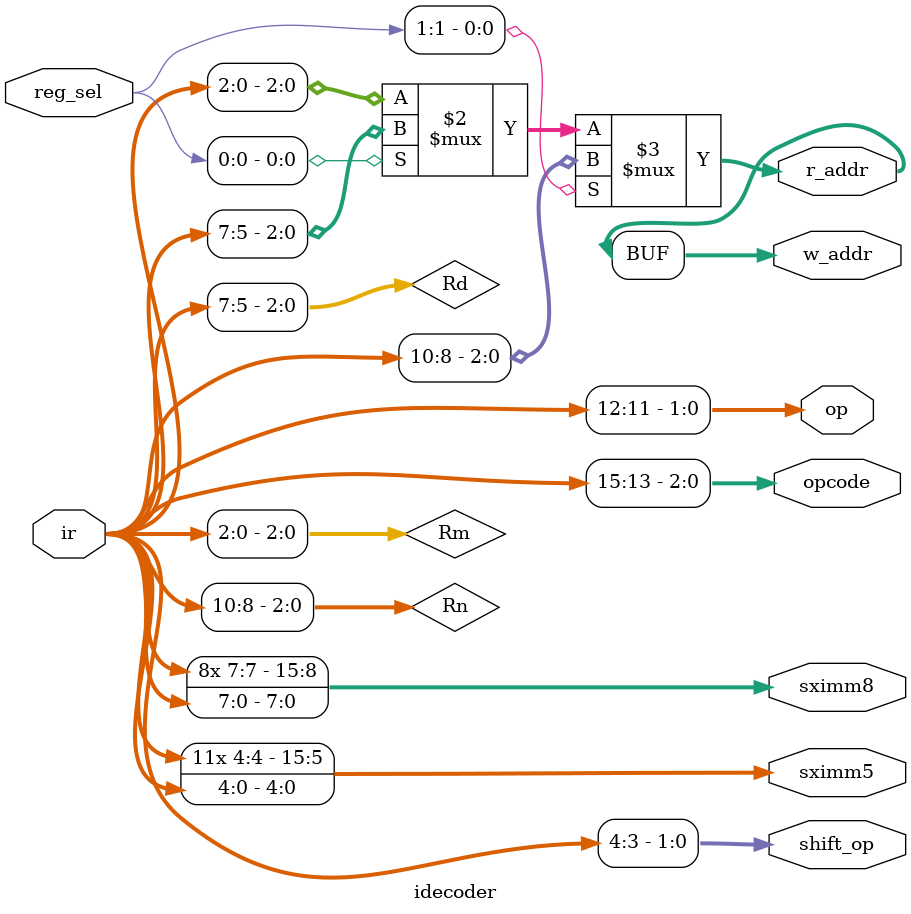
<source format=sv>
module idecoder(input logic [15:0] ir, input logic [1:0] reg_sel,
                output logic [2:0] opcode, output logic [1:0] op, output logic [1:0] shift_op,
		output logic [15:0] sximm5, output logic [15:0] sximm8,
                output logic [2:0] r_addr, output logic [2:0] w_addr);
        
        logic [2:0] Rn, Rd, Rm;

        assign Rn = ir[10:8];
        assign Rd = ir[7:5];
        assign Rm = ir[2:0];

        always @(*) begin
                opcode = ir[15:13];
                op = ir[12:11];
                sximm5 = {{11{ir[4]}}, ir[4:0]};
                sximm8 = {{8{ir[7]}}, ir[7:0]};
                shift_op = ir[4:3];
                r_addr = reg_sel[1] ? Rn : reg_sel[0] ? Rd : Rm;
                w_addr = r_addr; 
        end
        
endmodule: idecoder
 
</source>
